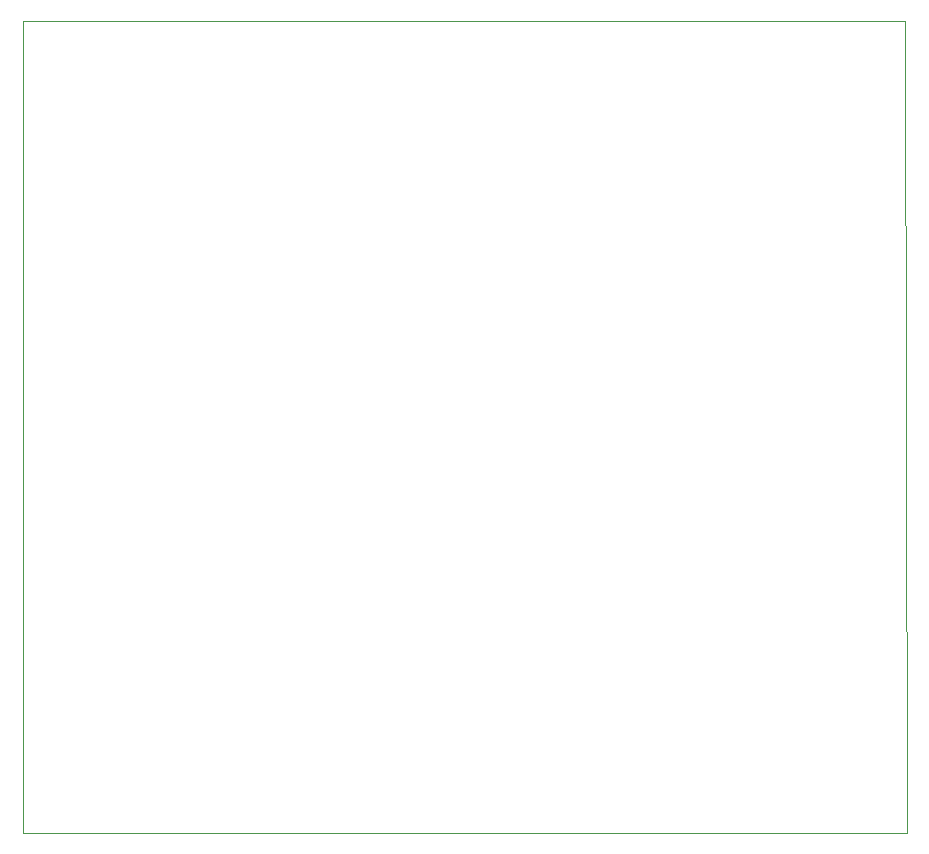
<source format=gbr>
%TF.GenerationSoftware,KiCad,Pcbnew,7.0.11-7.0.11~ubuntu22.04.1*%
%TF.CreationDate,2024-09-03T10:01:50-07:00*%
%TF.ProjectId,audio_pwr_amp_r3,61756469-6f5f-4707-9772-5f616d705f72,rev?*%
%TF.SameCoordinates,Original*%
%TF.FileFunction,Profile,NP*%
%FSLAX46Y46*%
G04 Gerber Fmt 4.6, Leading zero omitted, Abs format (unit mm)*
G04 Created by KiCad (PCBNEW 7.0.11-7.0.11~ubuntu22.04.1) date 2024-09-03 10:01:50*
%MOMM*%
%LPD*%
G01*
G04 APERTURE LIST*
%TA.AperFunction,Profile*%
%ADD10C,0.100000*%
%TD*%
G04 APERTURE END LIST*
D10*
X45262800Y-78765400D02*
X119938800Y-78790800D01*
X45313600Y-147523200D02*
X45262800Y-78765400D01*
X119938800Y-78790800D02*
X120091200Y-147523200D01*
X120091200Y-147523200D02*
X45313600Y-147523200D01*
M02*

</source>
